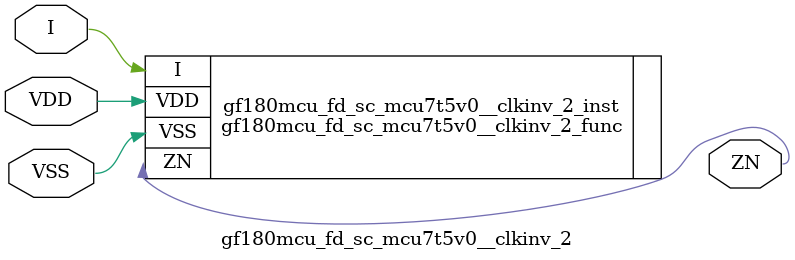
<source format=v>

module gf180mcu_fd_sc_mcu7t5v0__clkinv_2( I, ZN, VDD, VSS );
input I;
inout VDD, VSS;
output ZN;

   `ifdef FUNCTIONAL  //  functional //

	gf180mcu_fd_sc_mcu7t5v0__clkinv_2_func gf180mcu_fd_sc_mcu7t5v0__clkinv_2_behav_inst(.I(I),.ZN(ZN),.VDD(VDD),.VSS(VSS));

   `else

	gf180mcu_fd_sc_mcu7t5v0__clkinv_2_func gf180mcu_fd_sc_mcu7t5v0__clkinv_2_inst(.I(I),.ZN(ZN),.VDD(VDD),.VSS(VSS));

	// spec_gates_begin


	// spec_gates_end



   specify

	// specify_block_begin

	// comb arc I --> ZN
	 (I => ZN) = (1.0,1.0);

	// specify_block_end

   endspecify

   `endif

endmodule

</source>
